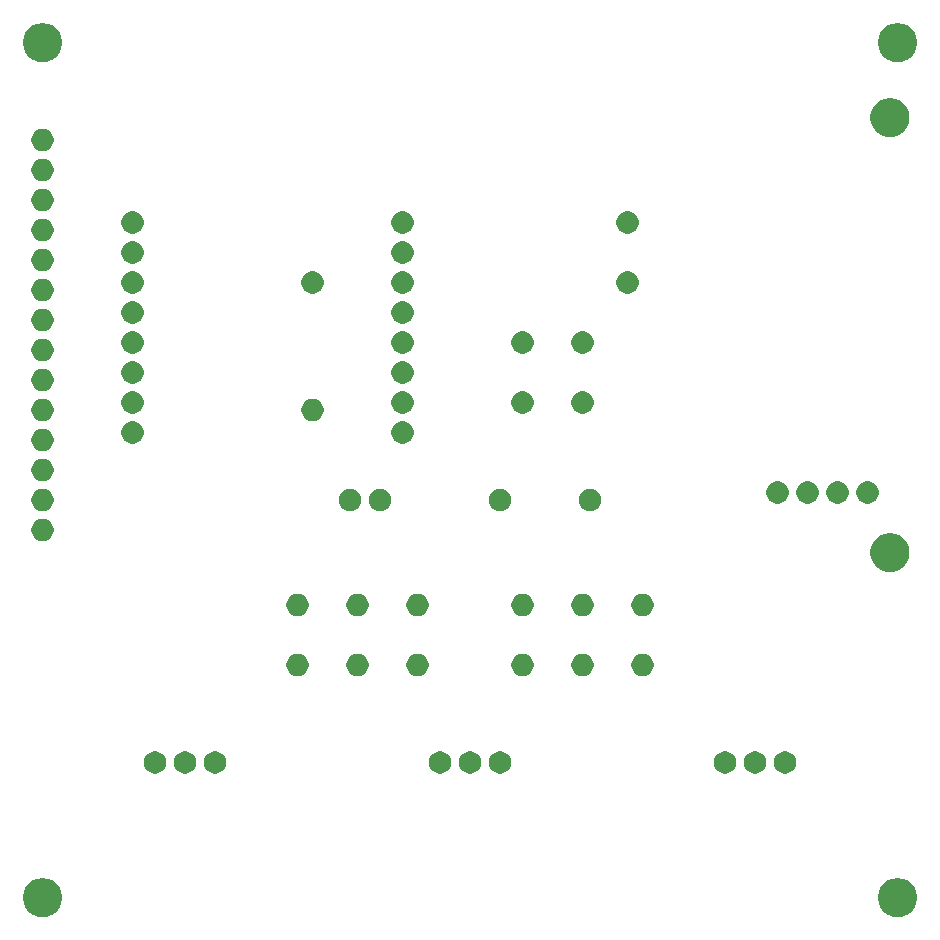
<source format=gbr>
G04 #@! TF.GenerationSoftware,KiCad,Pcbnew,(5.0.1)-3*
G04 #@! TF.CreationDate,2018-12-23T12:58:08+01:00*
G04 #@! TF.ProjectId,THERMOSTAT,544845524D4F535441542E6B69636164,rev?*
G04 #@! TF.SameCoordinates,Original*
G04 #@! TF.FileFunction,Soldermask,Bot*
G04 #@! TF.FilePolarity,Negative*
%FSLAX46Y46*%
G04 Gerber Fmt 4.6, Leading zero omitted, Abs format (unit mm)*
G04 Created by KiCad (PCBNEW (5.0.1)-3) date 12/23/2018 12:58:08 PM*
%MOMM*%
%LPD*%
G01*
G04 APERTURE LIST*
%ADD10C,0.100000*%
G04 APERTURE END LIST*
D10*
G36*
X187065256Y-134916298D02*
X187171579Y-134937447D01*
X187472042Y-135061903D01*
X187738852Y-135240180D01*
X187742454Y-135242587D01*
X187972413Y-135472546D01*
X188153098Y-135742960D01*
X188277553Y-136043422D01*
X188341000Y-136362389D01*
X188341000Y-136687611D01*
X188277553Y-137006578D01*
X188153098Y-137307040D01*
X187972413Y-137577454D01*
X187742454Y-137807413D01*
X187742451Y-137807415D01*
X187472042Y-137988097D01*
X187171579Y-138112553D01*
X187065256Y-138133702D01*
X186852611Y-138176000D01*
X186527389Y-138176000D01*
X186314744Y-138133702D01*
X186208421Y-138112553D01*
X185907958Y-137988097D01*
X185637549Y-137807415D01*
X185637546Y-137807413D01*
X185407587Y-137577454D01*
X185226902Y-137307040D01*
X185102447Y-137006578D01*
X185039000Y-136687611D01*
X185039000Y-136362389D01*
X185102447Y-136043422D01*
X185226902Y-135742960D01*
X185407587Y-135472546D01*
X185637546Y-135242587D01*
X185641148Y-135240180D01*
X185907958Y-135061903D01*
X186208421Y-134937447D01*
X186314744Y-134916298D01*
X186527389Y-134874000D01*
X186852611Y-134874000D01*
X187065256Y-134916298D01*
X187065256Y-134916298D01*
G37*
G36*
X114675256Y-134916298D02*
X114781579Y-134937447D01*
X115082042Y-135061903D01*
X115348852Y-135240180D01*
X115352454Y-135242587D01*
X115582413Y-135472546D01*
X115763098Y-135742960D01*
X115887553Y-136043422D01*
X115951000Y-136362389D01*
X115951000Y-136687611D01*
X115887553Y-137006578D01*
X115763098Y-137307040D01*
X115582413Y-137577454D01*
X115352454Y-137807413D01*
X115352451Y-137807415D01*
X115082042Y-137988097D01*
X114781579Y-138112553D01*
X114675256Y-138133702D01*
X114462611Y-138176000D01*
X114137389Y-138176000D01*
X113924744Y-138133702D01*
X113818421Y-138112553D01*
X113517958Y-137988097D01*
X113247549Y-137807415D01*
X113247546Y-137807413D01*
X113017587Y-137577454D01*
X112836902Y-137307040D01*
X112712447Y-137006578D01*
X112649000Y-136687611D01*
X112649000Y-136362389D01*
X112712447Y-136043422D01*
X112836902Y-135742960D01*
X113017587Y-135472546D01*
X113247546Y-135242587D01*
X113251148Y-135240180D01*
X113517958Y-135061903D01*
X113818421Y-134937447D01*
X113924744Y-134916298D01*
X114137389Y-134874000D01*
X114462611Y-134874000D01*
X114675256Y-134916298D01*
X114675256Y-134916298D01*
G37*
G36*
X150772396Y-124180546D02*
X150945466Y-124252234D01*
X151101230Y-124356312D01*
X151233688Y-124488770D01*
X151337766Y-124644534D01*
X151409454Y-124817604D01*
X151446000Y-125001333D01*
X151446000Y-125188667D01*
X151409454Y-125372396D01*
X151337766Y-125545466D01*
X151233688Y-125701230D01*
X151101230Y-125833688D01*
X150945466Y-125937766D01*
X150772396Y-126009454D01*
X150588667Y-126046000D01*
X150401333Y-126046000D01*
X150217604Y-126009454D01*
X150044534Y-125937766D01*
X149888770Y-125833688D01*
X149756312Y-125701230D01*
X149652234Y-125545466D01*
X149580546Y-125372396D01*
X149544000Y-125188667D01*
X149544000Y-125001333D01*
X149580546Y-124817604D01*
X149652234Y-124644534D01*
X149756312Y-124488770D01*
X149888770Y-124356312D01*
X150044534Y-124252234D01*
X150217604Y-124180546D01*
X150401333Y-124144000D01*
X150588667Y-124144000D01*
X150772396Y-124180546D01*
X150772396Y-124180546D01*
G37*
G36*
X148232396Y-124180546D02*
X148405466Y-124252234D01*
X148561230Y-124356312D01*
X148693688Y-124488770D01*
X148797766Y-124644534D01*
X148869454Y-124817604D01*
X148906000Y-125001333D01*
X148906000Y-125188667D01*
X148869454Y-125372396D01*
X148797766Y-125545466D01*
X148693688Y-125701230D01*
X148561230Y-125833688D01*
X148405466Y-125937766D01*
X148232396Y-126009454D01*
X148048667Y-126046000D01*
X147861333Y-126046000D01*
X147677604Y-126009454D01*
X147504534Y-125937766D01*
X147348770Y-125833688D01*
X147216312Y-125701230D01*
X147112234Y-125545466D01*
X147040546Y-125372396D01*
X147004000Y-125188667D01*
X147004000Y-125001333D01*
X147040546Y-124817604D01*
X147112234Y-124644534D01*
X147216312Y-124488770D01*
X147348770Y-124356312D01*
X147504534Y-124252234D01*
X147677604Y-124180546D01*
X147861333Y-124144000D01*
X148048667Y-124144000D01*
X148232396Y-124180546D01*
X148232396Y-124180546D01*
G37*
G36*
X129182396Y-124180546D02*
X129355466Y-124252234D01*
X129511230Y-124356312D01*
X129643688Y-124488770D01*
X129747766Y-124644534D01*
X129819454Y-124817604D01*
X129856000Y-125001333D01*
X129856000Y-125188667D01*
X129819454Y-125372396D01*
X129747766Y-125545466D01*
X129643688Y-125701230D01*
X129511230Y-125833688D01*
X129355466Y-125937766D01*
X129182396Y-126009454D01*
X128998667Y-126046000D01*
X128811333Y-126046000D01*
X128627604Y-126009454D01*
X128454534Y-125937766D01*
X128298770Y-125833688D01*
X128166312Y-125701230D01*
X128062234Y-125545466D01*
X127990546Y-125372396D01*
X127954000Y-125188667D01*
X127954000Y-125001333D01*
X127990546Y-124817604D01*
X128062234Y-124644534D01*
X128166312Y-124488770D01*
X128298770Y-124356312D01*
X128454534Y-124252234D01*
X128627604Y-124180546D01*
X128811333Y-124144000D01*
X128998667Y-124144000D01*
X129182396Y-124180546D01*
X129182396Y-124180546D01*
G37*
G36*
X126642396Y-124180546D02*
X126815466Y-124252234D01*
X126971230Y-124356312D01*
X127103688Y-124488770D01*
X127207766Y-124644534D01*
X127279454Y-124817604D01*
X127316000Y-125001333D01*
X127316000Y-125188667D01*
X127279454Y-125372396D01*
X127207766Y-125545466D01*
X127103688Y-125701230D01*
X126971230Y-125833688D01*
X126815466Y-125937766D01*
X126642396Y-126009454D01*
X126458667Y-126046000D01*
X126271333Y-126046000D01*
X126087604Y-126009454D01*
X125914534Y-125937766D01*
X125758770Y-125833688D01*
X125626312Y-125701230D01*
X125522234Y-125545466D01*
X125450546Y-125372396D01*
X125414000Y-125188667D01*
X125414000Y-125001333D01*
X125450546Y-124817604D01*
X125522234Y-124644534D01*
X125626312Y-124488770D01*
X125758770Y-124356312D01*
X125914534Y-124252234D01*
X126087604Y-124180546D01*
X126271333Y-124144000D01*
X126458667Y-124144000D01*
X126642396Y-124180546D01*
X126642396Y-124180546D01*
G37*
G36*
X124102396Y-124180546D02*
X124275466Y-124252234D01*
X124431230Y-124356312D01*
X124563688Y-124488770D01*
X124667766Y-124644534D01*
X124739454Y-124817604D01*
X124776000Y-125001333D01*
X124776000Y-125188667D01*
X124739454Y-125372396D01*
X124667766Y-125545466D01*
X124563688Y-125701230D01*
X124431230Y-125833688D01*
X124275466Y-125937766D01*
X124102396Y-126009454D01*
X123918667Y-126046000D01*
X123731333Y-126046000D01*
X123547604Y-126009454D01*
X123374534Y-125937766D01*
X123218770Y-125833688D01*
X123086312Y-125701230D01*
X122982234Y-125545466D01*
X122910546Y-125372396D01*
X122874000Y-125188667D01*
X122874000Y-125001333D01*
X122910546Y-124817604D01*
X122982234Y-124644534D01*
X123086312Y-124488770D01*
X123218770Y-124356312D01*
X123374534Y-124252234D01*
X123547604Y-124180546D01*
X123731333Y-124144000D01*
X123918667Y-124144000D01*
X124102396Y-124180546D01*
X124102396Y-124180546D01*
G37*
G36*
X177442396Y-124180546D02*
X177615466Y-124252234D01*
X177771230Y-124356312D01*
X177903688Y-124488770D01*
X178007766Y-124644534D01*
X178079454Y-124817604D01*
X178116000Y-125001333D01*
X178116000Y-125188667D01*
X178079454Y-125372396D01*
X178007766Y-125545466D01*
X177903688Y-125701230D01*
X177771230Y-125833688D01*
X177615466Y-125937766D01*
X177442396Y-126009454D01*
X177258667Y-126046000D01*
X177071333Y-126046000D01*
X176887604Y-126009454D01*
X176714534Y-125937766D01*
X176558770Y-125833688D01*
X176426312Y-125701230D01*
X176322234Y-125545466D01*
X176250546Y-125372396D01*
X176214000Y-125188667D01*
X176214000Y-125001333D01*
X176250546Y-124817604D01*
X176322234Y-124644534D01*
X176426312Y-124488770D01*
X176558770Y-124356312D01*
X176714534Y-124252234D01*
X176887604Y-124180546D01*
X177071333Y-124144000D01*
X177258667Y-124144000D01*
X177442396Y-124180546D01*
X177442396Y-124180546D01*
G37*
G36*
X174902396Y-124180546D02*
X175075466Y-124252234D01*
X175231230Y-124356312D01*
X175363688Y-124488770D01*
X175467766Y-124644534D01*
X175539454Y-124817604D01*
X175576000Y-125001333D01*
X175576000Y-125188667D01*
X175539454Y-125372396D01*
X175467766Y-125545466D01*
X175363688Y-125701230D01*
X175231230Y-125833688D01*
X175075466Y-125937766D01*
X174902396Y-126009454D01*
X174718667Y-126046000D01*
X174531333Y-126046000D01*
X174347604Y-126009454D01*
X174174534Y-125937766D01*
X174018770Y-125833688D01*
X173886312Y-125701230D01*
X173782234Y-125545466D01*
X173710546Y-125372396D01*
X173674000Y-125188667D01*
X173674000Y-125001333D01*
X173710546Y-124817604D01*
X173782234Y-124644534D01*
X173886312Y-124488770D01*
X174018770Y-124356312D01*
X174174534Y-124252234D01*
X174347604Y-124180546D01*
X174531333Y-124144000D01*
X174718667Y-124144000D01*
X174902396Y-124180546D01*
X174902396Y-124180546D01*
G37*
G36*
X172362396Y-124180546D02*
X172535466Y-124252234D01*
X172691230Y-124356312D01*
X172823688Y-124488770D01*
X172927766Y-124644534D01*
X172999454Y-124817604D01*
X173036000Y-125001333D01*
X173036000Y-125188667D01*
X172999454Y-125372396D01*
X172927766Y-125545466D01*
X172823688Y-125701230D01*
X172691230Y-125833688D01*
X172535466Y-125937766D01*
X172362396Y-126009454D01*
X172178667Y-126046000D01*
X171991333Y-126046000D01*
X171807604Y-126009454D01*
X171634534Y-125937766D01*
X171478770Y-125833688D01*
X171346312Y-125701230D01*
X171242234Y-125545466D01*
X171170546Y-125372396D01*
X171134000Y-125188667D01*
X171134000Y-125001333D01*
X171170546Y-124817604D01*
X171242234Y-124644534D01*
X171346312Y-124488770D01*
X171478770Y-124356312D01*
X171634534Y-124252234D01*
X171807604Y-124180546D01*
X171991333Y-124144000D01*
X172178667Y-124144000D01*
X172362396Y-124180546D01*
X172362396Y-124180546D01*
G37*
G36*
X153312396Y-124180546D02*
X153485466Y-124252234D01*
X153641230Y-124356312D01*
X153773688Y-124488770D01*
X153877766Y-124644534D01*
X153949454Y-124817604D01*
X153986000Y-125001333D01*
X153986000Y-125188667D01*
X153949454Y-125372396D01*
X153877766Y-125545466D01*
X153773688Y-125701230D01*
X153641230Y-125833688D01*
X153485466Y-125937766D01*
X153312396Y-126009454D01*
X153128667Y-126046000D01*
X152941333Y-126046000D01*
X152757604Y-126009454D01*
X152584534Y-125937766D01*
X152428770Y-125833688D01*
X152296312Y-125701230D01*
X152192234Y-125545466D01*
X152120546Y-125372396D01*
X152084000Y-125188667D01*
X152084000Y-125001333D01*
X152120546Y-124817604D01*
X152192234Y-124644534D01*
X152296312Y-124488770D01*
X152428770Y-124356312D01*
X152584534Y-124252234D01*
X152757604Y-124180546D01*
X152941333Y-124144000D01*
X153128667Y-124144000D01*
X153312396Y-124180546D01*
X153312396Y-124180546D01*
G37*
G36*
X165377396Y-115925546D02*
X165550466Y-115997234D01*
X165706230Y-116101312D01*
X165838688Y-116233770D01*
X165942766Y-116389534D01*
X166014454Y-116562604D01*
X166051000Y-116746333D01*
X166051000Y-116933667D01*
X166014454Y-117117396D01*
X165942766Y-117290466D01*
X165838688Y-117446230D01*
X165706230Y-117578688D01*
X165550466Y-117682766D01*
X165377396Y-117754454D01*
X165193667Y-117791000D01*
X165006333Y-117791000D01*
X164822604Y-117754454D01*
X164649534Y-117682766D01*
X164493770Y-117578688D01*
X164361312Y-117446230D01*
X164257234Y-117290466D01*
X164185546Y-117117396D01*
X164149000Y-116933667D01*
X164149000Y-116746333D01*
X164185546Y-116562604D01*
X164257234Y-116389534D01*
X164361312Y-116233770D01*
X164493770Y-116101312D01*
X164649534Y-115997234D01*
X164822604Y-115925546D01*
X165006333Y-115889000D01*
X165193667Y-115889000D01*
X165377396Y-115925546D01*
X165377396Y-115925546D01*
G37*
G36*
X146327396Y-115925546D02*
X146500466Y-115997234D01*
X146656230Y-116101312D01*
X146788688Y-116233770D01*
X146892766Y-116389534D01*
X146964454Y-116562604D01*
X147001000Y-116746333D01*
X147001000Y-116933667D01*
X146964454Y-117117396D01*
X146892766Y-117290466D01*
X146788688Y-117446230D01*
X146656230Y-117578688D01*
X146500466Y-117682766D01*
X146327396Y-117754454D01*
X146143667Y-117791000D01*
X145956333Y-117791000D01*
X145772604Y-117754454D01*
X145599534Y-117682766D01*
X145443770Y-117578688D01*
X145311312Y-117446230D01*
X145207234Y-117290466D01*
X145135546Y-117117396D01*
X145099000Y-116933667D01*
X145099000Y-116746333D01*
X145135546Y-116562604D01*
X145207234Y-116389534D01*
X145311312Y-116233770D01*
X145443770Y-116101312D01*
X145599534Y-115997234D01*
X145772604Y-115925546D01*
X145956333Y-115889000D01*
X146143667Y-115889000D01*
X146327396Y-115925546D01*
X146327396Y-115925546D01*
G37*
G36*
X155217396Y-115925546D02*
X155390466Y-115997234D01*
X155546230Y-116101312D01*
X155678688Y-116233770D01*
X155782766Y-116389534D01*
X155854454Y-116562604D01*
X155891000Y-116746333D01*
X155891000Y-116933667D01*
X155854454Y-117117396D01*
X155782766Y-117290466D01*
X155678688Y-117446230D01*
X155546230Y-117578688D01*
X155390466Y-117682766D01*
X155217396Y-117754454D01*
X155033667Y-117791000D01*
X154846333Y-117791000D01*
X154662604Y-117754454D01*
X154489534Y-117682766D01*
X154333770Y-117578688D01*
X154201312Y-117446230D01*
X154097234Y-117290466D01*
X154025546Y-117117396D01*
X153989000Y-116933667D01*
X153989000Y-116746333D01*
X154025546Y-116562604D01*
X154097234Y-116389534D01*
X154201312Y-116233770D01*
X154333770Y-116101312D01*
X154489534Y-115997234D01*
X154662604Y-115925546D01*
X154846333Y-115889000D01*
X155033667Y-115889000D01*
X155217396Y-115925546D01*
X155217396Y-115925546D01*
G37*
G36*
X160297396Y-115925546D02*
X160470466Y-115997234D01*
X160626230Y-116101312D01*
X160758688Y-116233770D01*
X160862766Y-116389534D01*
X160934454Y-116562604D01*
X160971000Y-116746333D01*
X160971000Y-116933667D01*
X160934454Y-117117396D01*
X160862766Y-117290466D01*
X160758688Y-117446230D01*
X160626230Y-117578688D01*
X160470466Y-117682766D01*
X160297396Y-117754454D01*
X160113667Y-117791000D01*
X159926333Y-117791000D01*
X159742604Y-117754454D01*
X159569534Y-117682766D01*
X159413770Y-117578688D01*
X159281312Y-117446230D01*
X159177234Y-117290466D01*
X159105546Y-117117396D01*
X159069000Y-116933667D01*
X159069000Y-116746333D01*
X159105546Y-116562604D01*
X159177234Y-116389534D01*
X159281312Y-116233770D01*
X159413770Y-116101312D01*
X159569534Y-115997234D01*
X159742604Y-115925546D01*
X159926333Y-115889000D01*
X160113667Y-115889000D01*
X160297396Y-115925546D01*
X160297396Y-115925546D01*
G37*
G36*
X136167396Y-115925546D02*
X136340466Y-115997234D01*
X136496230Y-116101312D01*
X136628688Y-116233770D01*
X136732766Y-116389534D01*
X136804454Y-116562604D01*
X136841000Y-116746333D01*
X136841000Y-116933667D01*
X136804454Y-117117396D01*
X136732766Y-117290466D01*
X136628688Y-117446230D01*
X136496230Y-117578688D01*
X136340466Y-117682766D01*
X136167396Y-117754454D01*
X135983667Y-117791000D01*
X135796333Y-117791000D01*
X135612604Y-117754454D01*
X135439534Y-117682766D01*
X135283770Y-117578688D01*
X135151312Y-117446230D01*
X135047234Y-117290466D01*
X134975546Y-117117396D01*
X134939000Y-116933667D01*
X134939000Y-116746333D01*
X134975546Y-116562604D01*
X135047234Y-116389534D01*
X135151312Y-116233770D01*
X135283770Y-116101312D01*
X135439534Y-115997234D01*
X135612604Y-115925546D01*
X135796333Y-115889000D01*
X135983667Y-115889000D01*
X136167396Y-115925546D01*
X136167396Y-115925546D01*
G37*
G36*
X141247396Y-115925546D02*
X141420466Y-115997234D01*
X141576230Y-116101312D01*
X141708688Y-116233770D01*
X141812766Y-116389534D01*
X141884454Y-116562604D01*
X141921000Y-116746333D01*
X141921000Y-116933667D01*
X141884454Y-117117396D01*
X141812766Y-117290466D01*
X141708688Y-117446230D01*
X141576230Y-117578688D01*
X141420466Y-117682766D01*
X141247396Y-117754454D01*
X141063667Y-117791000D01*
X140876333Y-117791000D01*
X140692604Y-117754454D01*
X140519534Y-117682766D01*
X140363770Y-117578688D01*
X140231312Y-117446230D01*
X140127234Y-117290466D01*
X140055546Y-117117396D01*
X140019000Y-116933667D01*
X140019000Y-116746333D01*
X140055546Y-116562604D01*
X140127234Y-116389534D01*
X140231312Y-116233770D01*
X140363770Y-116101312D01*
X140519534Y-115997234D01*
X140692604Y-115925546D01*
X140876333Y-115889000D01*
X141063667Y-115889000D01*
X141247396Y-115925546D01*
X141247396Y-115925546D01*
G37*
G36*
X136167396Y-110845546D02*
X136340466Y-110917234D01*
X136496230Y-111021312D01*
X136628688Y-111153770D01*
X136732766Y-111309534D01*
X136804454Y-111482604D01*
X136841000Y-111666333D01*
X136841000Y-111853667D01*
X136804454Y-112037396D01*
X136732766Y-112210466D01*
X136628688Y-112366230D01*
X136496230Y-112498688D01*
X136340466Y-112602766D01*
X136167396Y-112674454D01*
X135983667Y-112711000D01*
X135796333Y-112711000D01*
X135612604Y-112674454D01*
X135439534Y-112602766D01*
X135283770Y-112498688D01*
X135151312Y-112366230D01*
X135047234Y-112210466D01*
X134975546Y-112037396D01*
X134939000Y-111853667D01*
X134939000Y-111666333D01*
X134975546Y-111482604D01*
X135047234Y-111309534D01*
X135151312Y-111153770D01*
X135283770Y-111021312D01*
X135439534Y-110917234D01*
X135612604Y-110845546D01*
X135796333Y-110809000D01*
X135983667Y-110809000D01*
X136167396Y-110845546D01*
X136167396Y-110845546D01*
G37*
G36*
X141247396Y-110845546D02*
X141420466Y-110917234D01*
X141576230Y-111021312D01*
X141708688Y-111153770D01*
X141812766Y-111309534D01*
X141884454Y-111482604D01*
X141921000Y-111666333D01*
X141921000Y-111853667D01*
X141884454Y-112037396D01*
X141812766Y-112210466D01*
X141708688Y-112366230D01*
X141576230Y-112498688D01*
X141420466Y-112602766D01*
X141247396Y-112674454D01*
X141063667Y-112711000D01*
X140876333Y-112711000D01*
X140692604Y-112674454D01*
X140519534Y-112602766D01*
X140363770Y-112498688D01*
X140231312Y-112366230D01*
X140127234Y-112210466D01*
X140055546Y-112037396D01*
X140019000Y-111853667D01*
X140019000Y-111666333D01*
X140055546Y-111482604D01*
X140127234Y-111309534D01*
X140231312Y-111153770D01*
X140363770Y-111021312D01*
X140519534Y-110917234D01*
X140692604Y-110845546D01*
X140876333Y-110809000D01*
X141063667Y-110809000D01*
X141247396Y-110845546D01*
X141247396Y-110845546D01*
G37*
G36*
X160297396Y-110845546D02*
X160470466Y-110917234D01*
X160626230Y-111021312D01*
X160758688Y-111153770D01*
X160862766Y-111309534D01*
X160934454Y-111482604D01*
X160971000Y-111666333D01*
X160971000Y-111853667D01*
X160934454Y-112037396D01*
X160862766Y-112210466D01*
X160758688Y-112366230D01*
X160626230Y-112498688D01*
X160470466Y-112602766D01*
X160297396Y-112674454D01*
X160113667Y-112711000D01*
X159926333Y-112711000D01*
X159742604Y-112674454D01*
X159569534Y-112602766D01*
X159413770Y-112498688D01*
X159281312Y-112366230D01*
X159177234Y-112210466D01*
X159105546Y-112037396D01*
X159069000Y-111853667D01*
X159069000Y-111666333D01*
X159105546Y-111482604D01*
X159177234Y-111309534D01*
X159281312Y-111153770D01*
X159413770Y-111021312D01*
X159569534Y-110917234D01*
X159742604Y-110845546D01*
X159926333Y-110809000D01*
X160113667Y-110809000D01*
X160297396Y-110845546D01*
X160297396Y-110845546D01*
G37*
G36*
X165377396Y-110845546D02*
X165550466Y-110917234D01*
X165706230Y-111021312D01*
X165838688Y-111153770D01*
X165942766Y-111309534D01*
X166014454Y-111482604D01*
X166051000Y-111666333D01*
X166051000Y-111853667D01*
X166014454Y-112037396D01*
X165942766Y-112210466D01*
X165838688Y-112366230D01*
X165706230Y-112498688D01*
X165550466Y-112602766D01*
X165377396Y-112674454D01*
X165193667Y-112711000D01*
X165006333Y-112711000D01*
X164822604Y-112674454D01*
X164649534Y-112602766D01*
X164493770Y-112498688D01*
X164361312Y-112366230D01*
X164257234Y-112210466D01*
X164185546Y-112037396D01*
X164149000Y-111853667D01*
X164149000Y-111666333D01*
X164185546Y-111482604D01*
X164257234Y-111309534D01*
X164361312Y-111153770D01*
X164493770Y-111021312D01*
X164649534Y-110917234D01*
X164822604Y-110845546D01*
X165006333Y-110809000D01*
X165193667Y-110809000D01*
X165377396Y-110845546D01*
X165377396Y-110845546D01*
G37*
G36*
X155217396Y-110845546D02*
X155390466Y-110917234D01*
X155546230Y-111021312D01*
X155678688Y-111153770D01*
X155782766Y-111309534D01*
X155854454Y-111482604D01*
X155891000Y-111666333D01*
X155891000Y-111853667D01*
X155854454Y-112037396D01*
X155782766Y-112210466D01*
X155678688Y-112366230D01*
X155546230Y-112498688D01*
X155390466Y-112602766D01*
X155217396Y-112674454D01*
X155033667Y-112711000D01*
X154846333Y-112711000D01*
X154662604Y-112674454D01*
X154489534Y-112602766D01*
X154333770Y-112498688D01*
X154201312Y-112366230D01*
X154097234Y-112210466D01*
X154025546Y-112037396D01*
X153989000Y-111853667D01*
X153989000Y-111666333D01*
X154025546Y-111482604D01*
X154097234Y-111309534D01*
X154201312Y-111153770D01*
X154333770Y-111021312D01*
X154489534Y-110917234D01*
X154662604Y-110845546D01*
X154846333Y-110809000D01*
X155033667Y-110809000D01*
X155217396Y-110845546D01*
X155217396Y-110845546D01*
G37*
G36*
X146327396Y-110845546D02*
X146500466Y-110917234D01*
X146656230Y-111021312D01*
X146788688Y-111153770D01*
X146892766Y-111309534D01*
X146964454Y-111482604D01*
X147001000Y-111666333D01*
X147001000Y-111853667D01*
X146964454Y-112037396D01*
X146892766Y-112210466D01*
X146788688Y-112366230D01*
X146656230Y-112498688D01*
X146500466Y-112602766D01*
X146327396Y-112674454D01*
X146143667Y-112711000D01*
X145956333Y-112711000D01*
X145772604Y-112674454D01*
X145599534Y-112602766D01*
X145443770Y-112498688D01*
X145311312Y-112366230D01*
X145207234Y-112210466D01*
X145135546Y-112037396D01*
X145099000Y-111853667D01*
X145099000Y-111666333D01*
X145135546Y-111482604D01*
X145207234Y-111309534D01*
X145311312Y-111153770D01*
X145443770Y-111021312D01*
X145599534Y-110917234D01*
X145772604Y-110845546D01*
X145956333Y-110809000D01*
X146143667Y-110809000D01*
X146327396Y-110845546D01*
X146327396Y-110845546D01*
G37*
G36*
X186430256Y-105706298D02*
X186536579Y-105727447D01*
X186837042Y-105851903D01*
X187082970Y-106016227D01*
X187107454Y-106032587D01*
X187337413Y-106262546D01*
X187518098Y-106532960D01*
X187642553Y-106833422D01*
X187706000Y-107152389D01*
X187706000Y-107477611D01*
X187642553Y-107796578D01*
X187518098Y-108097040D01*
X187337413Y-108367454D01*
X187107454Y-108597413D01*
X187107451Y-108597415D01*
X186837042Y-108778097D01*
X186536579Y-108902553D01*
X186430256Y-108923702D01*
X186217611Y-108966000D01*
X185892389Y-108966000D01*
X185679744Y-108923702D01*
X185573421Y-108902553D01*
X185272958Y-108778097D01*
X185002549Y-108597415D01*
X185002546Y-108597413D01*
X184772587Y-108367454D01*
X184591902Y-108097040D01*
X184467447Y-107796578D01*
X184404000Y-107477611D01*
X184404000Y-107152389D01*
X184467447Y-106833422D01*
X184591902Y-106532960D01*
X184772587Y-106262546D01*
X185002546Y-106032587D01*
X185027030Y-106016227D01*
X185272958Y-105851903D01*
X185573421Y-105727447D01*
X185679744Y-105706298D01*
X185892389Y-105664000D01*
X186217611Y-105664000D01*
X186430256Y-105706298D01*
X186430256Y-105706298D01*
G37*
G36*
X114577396Y-104495546D02*
X114750466Y-104567234D01*
X114906230Y-104671312D01*
X115038688Y-104803770D01*
X115142766Y-104959534D01*
X115214454Y-105132604D01*
X115251000Y-105316333D01*
X115251000Y-105503667D01*
X115214454Y-105687396D01*
X115142766Y-105860466D01*
X115038688Y-106016230D01*
X114906230Y-106148688D01*
X114750466Y-106252766D01*
X114577396Y-106324454D01*
X114393667Y-106361000D01*
X114206333Y-106361000D01*
X114022604Y-106324454D01*
X113849534Y-106252766D01*
X113693770Y-106148688D01*
X113561312Y-106016230D01*
X113457234Y-105860466D01*
X113385546Y-105687396D01*
X113349000Y-105503667D01*
X113349000Y-105316333D01*
X113385546Y-105132604D01*
X113457234Y-104959534D01*
X113561312Y-104803770D01*
X113693770Y-104671312D01*
X113849534Y-104567234D01*
X114022604Y-104495546D01*
X114206333Y-104459000D01*
X114393667Y-104459000D01*
X114577396Y-104495546D01*
X114577396Y-104495546D01*
G37*
G36*
X140612396Y-101955546D02*
X140785466Y-102027234D01*
X140941230Y-102131312D01*
X141073688Y-102263770D01*
X141177766Y-102419534D01*
X141249454Y-102592604D01*
X141286000Y-102776333D01*
X141286000Y-102963667D01*
X141249454Y-103147396D01*
X141177766Y-103320466D01*
X141073688Y-103476230D01*
X140941230Y-103608688D01*
X140785466Y-103712766D01*
X140612396Y-103784454D01*
X140428667Y-103821000D01*
X140241333Y-103821000D01*
X140057604Y-103784454D01*
X139884534Y-103712766D01*
X139728770Y-103608688D01*
X139596312Y-103476230D01*
X139492234Y-103320466D01*
X139420546Y-103147396D01*
X139384000Y-102963667D01*
X139384000Y-102776333D01*
X139420546Y-102592604D01*
X139492234Y-102419534D01*
X139596312Y-102263770D01*
X139728770Y-102131312D01*
X139884534Y-102027234D01*
X140057604Y-101955546D01*
X140241333Y-101919000D01*
X140428667Y-101919000D01*
X140612396Y-101955546D01*
X140612396Y-101955546D01*
G37*
G36*
X114577396Y-101955546D02*
X114750466Y-102027234D01*
X114906230Y-102131312D01*
X115038688Y-102263770D01*
X115142766Y-102419534D01*
X115214454Y-102592604D01*
X115251000Y-102776333D01*
X115251000Y-102963667D01*
X115214454Y-103147396D01*
X115142766Y-103320466D01*
X115038688Y-103476230D01*
X114906230Y-103608688D01*
X114750466Y-103712766D01*
X114577396Y-103784454D01*
X114393667Y-103821000D01*
X114206333Y-103821000D01*
X114022604Y-103784454D01*
X113849534Y-103712766D01*
X113693770Y-103608688D01*
X113561312Y-103476230D01*
X113457234Y-103320466D01*
X113385546Y-103147396D01*
X113349000Y-102963667D01*
X113349000Y-102776333D01*
X113385546Y-102592604D01*
X113457234Y-102419534D01*
X113561312Y-102263770D01*
X113693770Y-102131312D01*
X113849534Y-102027234D01*
X114022604Y-101955546D01*
X114206333Y-101919000D01*
X114393667Y-101919000D01*
X114577396Y-101955546D01*
X114577396Y-101955546D01*
G37*
G36*
X143152396Y-101955546D02*
X143325466Y-102027234D01*
X143481230Y-102131312D01*
X143613688Y-102263770D01*
X143717766Y-102419534D01*
X143789454Y-102592604D01*
X143826000Y-102776333D01*
X143826000Y-102963667D01*
X143789454Y-103147396D01*
X143717766Y-103320466D01*
X143613688Y-103476230D01*
X143481230Y-103608688D01*
X143325466Y-103712766D01*
X143152396Y-103784454D01*
X142968667Y-103821000D01*
X142781333Y-103821000D01*
X142597604Y-103784454D01*
X142424534Y-103712766D01*
X142268770Y-103608688D01*
X142136312Y-103476230D01*
X142032234Y-103320466D01*
X141960546Y-103147396D01*
X141924000Y-102963667D01*
X141924000Y-102776333D01*
X141960546Y-102592604D01*
X142032234Y-102419534D01*
X142136312Y-102263770D01*
X142268770Y-102131312D01*
X142424534Y-102027234D01*
X142597604Y-101955546D01*
X142781333Y-101919000D01*
X142968667Y-101919000D01*
X143152396Y-101955546D01*
X143152396Y-101955546D01*
G37*
G36*
X153312396Y-101955546D02*
X153485466Y-102027234D01*
X153641230Y-102131312D01*
X153773688Y-102263770D01*
X153877766Y-102419534D01*
X153949454Y-102592604D01*
X153986000Y-102776333D01*
X153986000Y-102963667D01*
X153949454Y-103147396D01*
X153877766Y-103320466D01*
X153773688Y-103476230D01*
X153641230Y-103608688D01*
X153485466Y-103712766D01*
X153312396Y-103784454D01*
X153128667Y-103821000D01*
X152941333Y-103821000D01*
X152757604Y-103784454D01*
X152584534Y-103712766D01*
X152428770Y-103608688D01*
X152296312Y-103476230D01*
X152192234Y-103320466D01*
X152120546Y-103147396D01*
X152084000Y-102963667D01*
X152084000Y-102776333D01*
X152120546Y-102592604D01*
X152192234Y-102419534D01*
X152296312Y-102263770D01*
X152428770Y-102131312D01*
X152584534Y-102027234D01*
X152757604Y-101955546D01*
X152941333Y-101919000D01*
X153128667Y-101919000D01*
X153312396Y-101955546D01*
X153312396Y-101955546D01*
G37*
G36*
X160932396Y-101955546D02*
X161105466Y-102027234D01*
X161261230Y-102131312D01*
X161393688Y-102263770D01*
X161497766Y-102419534D01*
X161569454Y-102592604D01*
X161606000Y-102776333D01*
X161606000Y-102963667D01*
X161569454Y-103147396D01*
X161497766Y-103320466D01*
X161393688Y-103476230D01*
X161261230Y-103608688D01*
X161105466Y-103712766D01*
X160932396Y-103784454D01*
X160748667Y-103821000D01*
X160561333Y-103821000D01*
X160377604Y-103784454D01*
X160204534Y-103712766D01*
X160048770Y-103608688D01*
X159916312Y-103476230D01*
X159812234Y-103320466D01*
X159740546Y-103147396D01*
X159704000Y-102963667D01*
X159704000Y-102776333D01*
X159740546Y-102592604D01*
X159812234Y-102419534D01*
X159916312Y-102263770D01*
X160048770Y-102131312D01*
X160204534Y-102027234D01*
X160377604Y-101955546D01*
X160561333Y-101919000D01*
X160748667Y-101919000D01*
X160932396Y-101955546D01*
X160932396Y-101955546D01*
G37*
G36*
X176807396Y-101320546D02*
X176980466Y-101392234D01*
X177136230Y-101496312D01*
X177268688Y-101628770D01*
X177372766Y-101784534D01*
X177444454Y-101957604D01*
X177481000Y-102141333D01*
X177481000Y-102328667D01*
X177444454Y-102512396D01*
X177372766Y-102685466D01*
X177268688Y-102841230D01*
X177136230Y-102973688D01*
X176980466Y-103077766D01*
X176807396Y-103149454D01*
X176623667Y-103186000D01*
X176436333Y-103186000D01*
X176252604Y-103149454D01*
X176079534Y-103077766D01*
X175923770Y-102973688D01*
X175791312Y-102841230D01*
X175687234Y-102685466D01*
X175615546Y-102512396D01*
X175579000Y-102328667D01*
X175579000Y-102141333D01*
X175615546Y-101957604D01*
X175687234Y-101784534D01*
X175791312Y-101628770D01*
X175923770Y-101496312D01*
X176079534Y-101392234D01*
X176252604Y-101320546D01*
X176436333Y-101284000D01*
X176623667Y-101284000D01*
X176807396Y-101320546D01*
X176807396Y-101320546D01*
G37*
G36*
X184427396Y-101320546D02*
X184600466Y-101392234D01*
X184756230Y-101496312D01*
X184888688Y-101628770D01*
X184992766Y-101784534D01*
X185064454Y-101957604D01*
X185101000Y-102141333D01*
X185101000Y-102328667D01*
X185064454Y-102512396D01*
X184992766Y-102685466D01*
X184888688Y-102841230D01*
X184756230Y-102973688D01*
X184600466Y-103077766D01*
X184427396Y-103149454D01*
X184243667Y-103186000D01*
X184056333Y-103186000D01*
X183872604Y-103149454D01*
X183699534Y-103077766D01*
X183543770Y-102973688D01*
X183411312Y-102841230D01*
X183307234Y-102685466D01*
X183235546Y-102512396D01*
X183199000Y-102328667D01*
X183199000Y-102141333D01*
X183235546Y-101957604D01*
X183307234Y-101784534D01*
X183411312Y-101628770D01*
X183543770Y-101496312D01*
X183699534Y-101392234D01*
X183872604Y-101320546D01*
X184056333Y-101284000D01*
X184243667Y-101284000D01*
X184427396Y-101320546D01*
X184427396Y-101320546D01*
G37*
G36*
X181887396Y-101320546D02*
X182060466Y-101392234D01*
X182216230Y-101496312D01*
X182348688Y-101628770D01*
X182452766Y-101784534D01*
X182524454Y-101957604D01*
X182561000Y-102141333D01*
X182561000Y-102328667D01*
X182524454Y-102512396D01*
X182452766Y-102685466D01*
X182348688Y-102841230D01*
X182216230Y-102973688D01*
X182060466Y-103077766D01*
X181887396Y-103149454D01*
X181703667Y-103186000D01*
X181516333Y-103186000D01*
X181332604Y-103149454D01*
X181159534Y-103077766D01*
X181003770Y-102973688D01*
X180871312Y-102841230D01*
X180767234Y-102685466D01*
X180695546Y-102512396D01*
X180659000Y-102328667D01*
X180659000Y-102141333D01*
X180695546Y-101957604D01*
X180767234Y-101784534D01*
X180871312Y-101628770D01*
X181003770Y-101496312D01*
X181159534Y-101392234D01*
X181332604Y-101320546D01*
X181516333Y-101284000D01*
X181703667Y-101284000D01*
X181887396Y-101320546D01*
X181887396Y-101320546D01*
G37*
G36*
X179347396Y-101320546D02*
X179520466Y-101392234D01*
X179676230Y-101496312D01*
X179808688Y-101628770D01*
X179912766Y-101784534D01*
X179984454Y-101957604D01*
X180021000Y-102141333D01*
X180021000Y-102328667D01*
X179984454Y-102512396D01*
X179912766Y-102685466D01*
X179808688Y-102841230D01*
X179676230Y-102973688D01*
X179520466Y-103077766D01*
X179347396Y-103149454D01*
X179163667Y-103186000D01*
X178976333Y-103186000D01*
X178792604Y-103149454D01*
X178619534Y-103077766D01*
X178463770Y-102973688D01*
X178331312Y-102841230D01*
X178227234Y-102685466D01*
X178155546Y-102512396D01*
X178119000Y-102328667D01*
X178119000Y-102141333D01*
X178155546Y-101957604D01*
X178227234Y-101784534D01*
X178331312Y-101628770D01*
X178463770Y-101496312D01*
X178619534Y-101392234D01*
X178792604Y-101320546D01*
X178976333Y-101284000D01*
X179163667Y-101284000D01*
X179347396Y-101320546D01*
X179347396Y-101320546D01*
G37*
G36*
X114577396Y-99415546D02*
X114750466Y-99487234D01*
X114906230Y-99591312D01*
X115038688Y-99723770D01*
X115142766Y-99879534D01*
X115214454Y-100052604D01*
X115251000Y-100236333D01*
X115251000Y-100423667D01*
X115214454Y-100607396D01*
X115142766Y-100780466D01*
X115038688Y-100936230D01*
X114906230Y-101068688D01*
X114750466Y-101172766D01*
X114577396Y-101244454D01*
X114393667Y-101281000D01*
X114206333Y-101281000D01*
X114022604Y-101244454D01*
X113849534Y-101172766D01*
X113693770Y-101068688D01*
X113561312Y-100936230D01*
X113457234Y-100780466D01*
X113385546Y-100607396D01*
X113349000Y-100423667D01*
X113349000Y-100236333D01*
X113385546Y-100052604D01*
X113457234Y-99879534D01*
X113561312Y-99723770D01*
X113693770Y-99591312D01*
X113849534Y-99487234D01*
X114022604Y-99415546D01*
X114206333Y-99379000D01*
X114393667Y-99379000D01*
X114577396Y-99415546D01*
X114577396Y-99415546D01*
G37*
G36*
X114577396Y-96875546D02*
X114750466Y-96947234D01*
X114906230Y-97051312D01*
X115038688Y-97183770D01*
X115142766Y-97339534D01*
X115214454Y-97512604D01*
X115251000Y-97696333D01*
X115251000Y-97883667D01*
X115214454Y-98067396D01*
X115142766Y-98240466D01*
X115038688Y-98396230D01*
X114906230Y-98528688D01*
X114750466Y-98632766D01*
X114577396Y-98704454D01*
X114393667Y-98741000D01*
X114206333Y-98741000D01*
X114022604Y-98704454D01*
X113849534Y-98632766D01*
X113693770Y-98528688D01*
X113561312Y-98396230D01*
X113457234Y-98240466D01*
X113385546Y-98067396D01*
X113349000Y-97883667D01*
X113349000Y-97696333D01*
X113385546Y-97512604D01*
X113457234Y-97339534D01*
X113561312Y-97183770D01*
X113693770Y-97051312D01*
X113849534Y-96947234D01*
X114022604Y-96875546D01*
X114206333Y-96839000D01*
X114393667Y-96839000D01*
X114577396Y-96875546D01*
X114577396Y-96875546D01*
G37*
G36*
X122197396Y-96240546D02*
X122370466Y-96312234D01*
X122526230Y-96416312D01*
X122658688Y-96548770D01*
X122762766Y-96704534D01*
X122834454Y-96877604D01*
X122871000Y-97061333D01*
X122871000Y-97248667D01*
X122834454Y-97432396D01*
X122762766Y-97605466D01*
X122658688Y-97761230D01*
X122526230Y-97893688D01*
X122370466Y-97997766D01*
X122197396Y-98069454D01*
X122013667Y-98106000D01*
X121826333Y-98106000D01*
X121642604Y-98069454D01*
X121469534Y-97997766D01*
X121313770Y-97893688D01*
X121181312Y-97761230D01*
X121077234Y-97605466D01*
X121005546Y-97432396D01*
X120969000Y-97248667D01*
X120969000Y-97061333D01*
X121005546Y-96877604D01*
X121077234Y-96704534D01*
X121181312Y-96548770D01*
X121313770Y-96416312D01*
X121469534Y-96312234D01*
X121642604Y-96240546D01*
X121826333Y-96204000D01*
X122013667Y-96204000D01*
X122197396Y-96240546D01*
X122197396Y-96240546D01*
G37*
G36*
X145057396Y-96240546D02*
X145230466Y-96312234D01*
X145386230Y-96416312D01*
X145518688Y-96548770D01*
X145622766Y-96704534D01*
X145694454Y-96877604D01*
X145731000Y-97061333D01*
X145731000Y-97248667D01*
X145694454Y-97432396D01*
X145622766Y-97605466D01*
X145518688Y-97761230D01*
X145386230Y-97893688D01*
X145230466Y-97997766D01*
X145057396Y-98069454D01*
X144873667Y-98106000D01*
X144686333Y-98106000D01*
X144502604Y-98069454D01*
X144329534Y-97997766D01*
X144173770Y-97893688D01*
X144041312Y-97761230D01*
X143937234Y-97605466D01*
X143865546Y-97432396D01*
X143829000Y-97248667D01*
X143829000Y-97061333D01*
X143865546Y-96877604D01*
X143937234Y-96704534D01*
X144041312Y-96548770D01*
X144173770Y-96416312D01*
X144329534Y-96312234D01*
X144502604Y-96240546D01*
X144686333Y-96204000D01*
X144873667Y-96204000D01*
X145057396Y-96240546D01*
X145057396Y-96240546D01*
G37*
G36*
X114577396Y-94335546D02*
X114750466Y-94407234D01*
X114906230Y-94511312D01*
X115038688Y-94643770D01*
X115142766Y-94799534D01*
X115214454Y-94972604D01*
X115251000Y-95156333D01*
X115251000Y-95343667D01*
X115214454Y-95527396D01*
X115142766Y-95700466D01*
X115038688Y-95856230D01*
X114906230Y-95988688D01*
X114750466Y-96092766D01*
X114577396Y-96164454D01*
X114393667Y-96201000D01*
X114206333Y-96201000D01*
X114022604Y-96164454D01*
X113849534Y-96092766D01*
X113693770Y-95988688D01*
X113561312Y-95856230D01*
X113457234Y-95700466D01*
X113385546Y-95527396D01*
X113349000Y-95343667D01*
X113349000Y-95156333D01*
X113385546Y-94972604D01*
X113457234Y-94799534D01*
X113561312Y-94643770D01*
X113693770Y-94511312D01*
X113849534Y-94407234D01*
X114022604Y-94335546D01*
X114206333Y-94299000D01*
X114393667Y-94299000D01*
X114577396Y-94335546D01*
X114577396Y-94335546D01*
G37*
G36*
X137437396Y-94335546D02*
X137610466Y-94407234D01*
X137766230Y-94511312D01*
X137898688Y-94643770D01*
X138002766Y-94799534D01*
X138074454Y-94972604D01*
X138111000Y-95156333D01*
X138111000Y-95343667D01*
X138074454Y-95527396D01*
X138002766Y-95700466D01*
X137898688Y-95856230D01*
X137766230Y-95988688D01*
X137610466Y-96092766D01*
X137437396Y-96164454D01*
X137253667Y-96201000D01*
X137066333Y-96201000D01*
X136882604Y-96164454D01*
X136709534Y-96092766D01*
X136553770Y-95988688D01*
X136421312Y-95856230D01*
X136317234Y-95700466D01*
X136245546Y-95527396D01*
X136209000Y-95343667D01*
X136209000Y-95156333D01*
X136245546Y-94972604D01*
X136317234Y-94799534D01*
X136421312Y-94643770D01*
X136553770Y-94511312D01*
X136709534Y-94407234D01*
X136882604Y-94335546D01*
X137066333Y-94299000D01*
X137253667Y-94299000D01*
X137437396Y-94335546D01*
X137437396Y-94335546D01*
G37*
G36*
X155217396Y-93700546D02*
X155390466Y-93772234D01*
X155546230Y-93876312D01*
X155678688Y-94008770D01*
X155782766Y-94164534D01*
X155854454Y-94337604D01*
X155891000Y-94521333D01*
X155891000Y-94708667D01*
X155854454Y-94892396D01*
X155782766Y-95065466D01*
X155678688Y-95221230D01*
X155546230Y-95353688D01*
X155390466Y-95457766D01*
X155217396Y-95529454D01*
X155033667Y-95566000D01*
X154846333Y-95566000D01*
X154662604Y-95529454D01*
X154489534Y-95457766D01*
X154333770Y-95353688D01*
X154201312Y-95221230D01*
X154097234Y-95065466D01*
X154025546Y-94892396D01*
X153989000Y-94708667D01*
X153989000Y-94521333D01*
X154025546Y-94337604D01*
X154097234Y-94164534D01*
X154201312Y-94008770D01*
X154333770Y-93876312D01*
X154489534Y-93772234D01*
X154662604Y-93700546D01*
X154846333Y-93664000D01*
X155033667Y-93664000D01*
X155217396Y-93700546D01*
X155217396Y-93700546D01*
G37*
G36*
X122197396Y-93700546D02*
X122370466Y-93772234D01*
X122526230Y-93876312D01*
X122658688Y-94008770D01*
X122762766Y-94164534D01*
X122834454Y-94337604D01*
X122871000Y-94521333D01*
X122871000Y-94708667D01*
X122834454Y-94892396D01*
X122762766Y-95065466D01*
X122658688Y-95221230D01*
X122526230Y-95353688D01*
X122370466Y-95457766D01*
X122197396Y-95529454D01*
X122013667Y-95566000D01*
X121826333Y-95566000D01*
X121642604Y-95529454D01*
X121469534Y-95457766D01*
X121313770Y-95353688D01*
X121181312Y-95221230D01*
X121077234Y-95065466D01*
X121005546Y-94892396D01*
X120969000Y-94708667D01*
X120969000Y-94521333D01*
X121005546Y-94337604D01*
X121077234Y-94164534D01*
X121181312Y-94008770D01*
X121313770Y-93876312D01*
X121469534Y-93772234D01*
X121642604Y-93700546D01*
X121826333Y-93664000D01*
X122013667Y-93664000D01*
X122197396Y-93700546D01*
X122197396Y-93700546D01*
G37*
G36*
X145057396Y-93700546D02*
X145230466Y-93772234D01*
X145386230Y-93876312D01*
X145518688Y-94008770D01*
X145622766Y-94164534D01*
X145694454Y-94337604D01*
X145731000Y-94521333D01*
X145731000Y-94708667D01*
X145694454Y-94892396D01*
X145622766Y-95065466D01*
X145518688Y-95221230D01*
X145386230Y-95353688D01*
X145230466Y-95457766D01*
X145057396Y-95529454D01*
X144873667Y-95566000D01*
X144686333Y-95566000D01*
X144502604Y-95529454D01*
X144329534Y-95457766D01*
X144173770Y-95353688D01*
X144041312Y-95221230D01*
X143937234Y-95065466D01*
X143865546Y-94892396D01*
X143829000Y-94708667D01*
X143829000Y-94521333D01*
X143865546Y-94337604D01*
X143937234Y-94164534D01*
X144041312Y-94008770D01*
X144173770Y-93876312D01*
X144329534Y-93772234D01*
X144502604Y-93700546D01*
X144686333Y-93664000D01*
X144873667Y-93664000D01*
X145057396Y-93700546D01*
X145057396Y-93700546D01*
G37*
G36*
X160297396Y-93700546D02*
X160470466Y-93772234D01*
X160626230Y-93876312D01*
X160758688Y-94008770D01*
X160862766Y-94164534D01*
X160934454Y-94337604D01*
X160971000Y-94521333D01*
X160971000Y-94708667D01*
X160934454Y-94892396D01*
X160862766Y-95065466D01*
X160758688Y-95221230D01*
X160626230Y-95353688D01*
X160470466Y-95457766D01*
X160297396Y-95529454D01*
X160113667Y-95566000D01*
X159926333Y-95566000D01*
X159742604Y-95529454D01*
X159569534Y-95457766D01*
X159413770Y-95353688D01*
X159281312Y-95221230D01*
X159177234Y-95065466D01*
X159105546Y-94892396D01*
X159069000Y-94708667D01*
X159069000Y-94521333D01*
X159105546Y-94337604D01*
X159177234Y-94164534D01*
X159281312Y-94008770D01*
X159413770Y-93876312D01*
X159569534Y-93772234D01*
X159742604Y-93700546D01*
X159926333Y-93664000D01*
X160113667Y-93664000D01*
X160297396Y-93700546D01*
X160297396Y-93700546D01*
G37*
G36*
X114577396Y-91795546D02*
X114750466Y-91867234D01*
X114906230Y-91971312D01*
X115038688Y-92103770D01*
X115142766Y-92259534D01*
X115214454Y-92432604D01*
X115251000Y-92616333D01*
X115251000Y-92803667D01*
X115214454Y-92987396D01*
X115142766Y-93160466D01*
X115038688Y-93316230D01*
X114906230Y-93448688D01*
X114750466Y-93552766D01*
X114577396Y-93624454D01*
X114393667Y-93661000D01*
X114206333Y-93661000D01*
X114022604Y-93624454D01*
X113849534Y-93552766D01*
X113693770Y-93448688D01*
X113561312Y-93316230D01*
X113457234Y-93160466D01*
X113385546Y-92987396D01*
X113349000Y-92803667D01*
X113349000Y-92616333D01*
X113385546Y-92432604D01*
X113457234Y-92259534D01*
X113561312Y-92103770D01*
X113693770Y-91971312D01*
X113849534Y-91867234D01*
X114022604Y-91795546D01*
X114206333Y-91759000D01*
X114393667Y-91759000D01*
X114577396Y-91795546D01*
X114577396Y-91795546D01*
G37*
G36*
X145057396Y-91160546D02*
X145230466Y-91232234D01*
X145386230Y-91336312D01*
X145518688Y-91468770D01*
X145622766Y-91624534D01*
X145694454Y-91797604D01*
X145731000Y-91981333D01*
X145731000Y-92168667D01*
X145694454Y-92352396D01*
X145622766Y-92525466D01*
X145518688Y-92681230D01*
X145386230Y-92813688D01*
X145230466Y-92917766D01*
X145057396Y-92989454D01*
X144873667Y-93026000D01*
X144686333Y-93026000D01*
X144502604Y-92989454D01*
X144329534Y-92917766D01*
X144173770Y-92813688D01*
X144041312Y-92681230D01*
X143937234Y-92525466D01*
X143865546Y-92352396D01*
X143829000Y-92168667D01*
X143829000Y-91981333D01*
X143865546Y-91797604D01*
X143937234Y-91624534D01*
X144041312Y-91468770D01*
X144173770Y-91336312D01*
X144329534Y-91232234D01*
X144502604Y-91160546D01*
X144686333Y-91124000D01*
X144873667Y-91124000D01*
X145057396Y-91160546D01*
X145057396Y-91160546D01*
G37*
G36*
X122197396Y-91160546D02*
X122370466Y-91232234D01*
X122526230Y-91336312D01*
X122658688Y-91468770D01*
X122762766Y-91624534D01*
X122834454Y-91797604D01*
X122871000Y-91981333D01*
X122871000Y-92168667D01*
X122834454Y-92352396D01*
X122762766Y-92525466D01*
X122658688Y-92681230D01*
X122526230Y-92813688D01*
X122370466Y-92917766D01*
X122197396Y-92989454D01*
X122013667Y-93026000D01*
X121826333Y-93026000D01*
X121642604Y-92989454D01*
X121469534Y-92917766D01*
X121313770Y-92813688D01*
X121181312Y-92681230D01*
X121077234Y-92525466D01*
X121005546Y-92352396D01*
X120969000Y-92168667D01*
X120969000Y-91981333D01*
X121005546Y-91797604D01*
X121077234Y-91624534D01*
X121181312Y-91468770D01*
X121313770Y-91336312D01*
X121469534Y-91232234D01*
X121642604Y-91160546D01*
X121826333Y-91124000D01*
X122013667Y-91124000D01*
X122197396Y-91160546D01*
X122197396Y-91160546D01*
G37*
G36*
X114577396Y-89255546D02*
X114750466Y-89327234D01*
X114906230Y-89431312D01*
X115038688Y-89563770D01*
X115142766Y-89719534D01*
X115214454Y-89892604D01*
X115251000Y-90076333D01*
X115251000Y-90263667D01*
X115214454Y-90447396D01*
X115142766Y-90620466D01*
X115038688Y-90776230D01*
X114906230Y-90908688D01*
X114750466Y-91012766D01*
X114577396Y-91084454D01*
X114393667Y-91121000D01*
X114206333Y-91121000D01*
X114022604Y-91084454D01*
X113849534Y-91012766D01*
X113693770Y-90908688D01*
X113561312Y-90776230D01*
X113457234Y-90620466D01*
X113385546Y-90447396D01*
X113349000Y-90263667D01*
X113349000Y-90076333D01*
X113385546Y-89892604D01*
X113457234Y-89719534D01*
X113561312Y-89563770D01*
X113693770Y-89431312D01*
X113849534Y-89327234D01*
X114022604Y-89255546D01*
X114206333Y-89219000D01*
X114393667Y-89219000D01*
X114577396Y-89255546D01*
X114577396Y-89255546D01*
G37*
G36*
X145057396Y-88620546D02*
X145230466Y-88692234D01*
X145386230Y-88796312D01*
X145518688Y-88928770D01*
X145622766Y-89084534D01*
X145694454Y-89257604D01*
X145731000Y-89441333D01*
X145731000Y-89628667D01*
X145694454Y-89812396D01*
X145622766Y-89985466D01*
X145518688Y-90141230D01*
X145386230Y-90273688D01*
X145230466Y-90377766D01*
X145057396Y-90449454D01*
X144873667Y-90486000D01*
X144686333Y-90486000D01*
X144502604Y-90449454D01*
X144329534Y-90377766D01*
X144173770Y-90273688D01*
X144041312Y-90141230D01*
X143937234Y-89985466D01*
X143865546Y-89812396D01*
X143829000Y-89628667D01*
X143829000Y-89441333D01*
X143865546Y-89257604D01*
X143937234Y-89084534D01*
X144041312Y-88928770D01*
X144173770Y-88796312D01*
X144329534Y-88692234D01*
X144502604Y-88620546D01*
X144686333Y-88584000D01*
X144873667Y-88584000D01*
X145057396Y-88620546D01*
X145057396Y-88620546D01*
G37*
G36*
X160297396Y-88620546D02*
X160470466Y-88692234D01*
X160626230Y-88796312D01*
X160758688Y-88928770D01*
X160862766Y-89084534D01*
X160934454Y-89257604D01*
X160971000Y-89441333D01*
X160971000Y-89628667D01*
X160934454Y-89812396D01*
X160862766Y-89985466D01*
X160758688Y-90141230D01*
X160626230Y-90273688D01*
X160470466Y-90377766D01*
X160297396Y-90449454D01*
X160113667Y-90486000D01*
X159926333Y-90486000D01*
X159742604Y-90449454D01*
X159569534Y-90377766D01*
X159413770Y-90273688D01*
X159281312Y-90141230D01*
X159177234Y-89985466D01*
X159105546Y-89812396D01*
X159069000Y-89628667D01*
X159069000Y-89441333D01*
X159105546Y-89257604D01*
X159177234Y-89084534D01*
X159281312Y-88928770D01*
X159413770Y-88796312D01*
X159569534Y-88692234D01*
X159742604Y-88620546D01*
X159926333Y-88584000D01*
X160113667Y-88584000D01*
X160297396Y-88620546D01*
X160297396Y-88620546D01*
G37*
G36*
X155217396Y-88620546D02*
X155390466Y-88692234D01*
X155546230Y-88796312D01*
X155678688Y-88928770D01*
X155782766Y-89084534D01*
X155854454Y-89257604D01*
X155891000Y-89441333D01*
X155891000Y-89628667D01*
X155854454Y-89812396D01*
X155782766Y-89985466D01*
X155678688Y-90141230D01*
X155546230Y-90273688D01*
X155390466Y-90377766D01*
X155217396Y-90449454D01*
X155033667Y-90486000D01*
X154846333Y-90486000D01*
X154662604Y-90449454D01*
X154489534Y-90377766D01*
X154333770Y-90273688D01*
X154201312Y-90141230D01*
X154097234Y-89985466D01*
X154025546Y-89812396D01*
X153989000Y-89628667D01*
X153989000Y-89441333D01*
X154025546Y-89257604D01*
X154097234Y-89084534D01*
X154201312Y-88928770D01*
X154333770Y-88796312D01*
X154489534Y-88692234D01*
X154662604Y-88620546D01*
X154846333Y-88584000D01*
X155033667Y-88584000D01*
X155217396Y-88620546D01*
X155217396Y-88620546D01*
G37*
G36*
X122197396Y-88620546D02*
X122370466Y-88692234D01*
X122526230Y-88796312D01*
X122658688Y-88928770D01*
X122762766Y-89084534D01*
X122834454Y-89257604D01*
X122871000Y-89441333D01*
X122871000Y-89628667D01*
X122834454Y-89812396D01*
X122762766Y-89985466D01*
X122658688Y-90141230D01*
X122526230Y-90273688D01*
X122370466Y-90377766D01*
X122197396Y-90449454D01*
X122013667Y-90486000D01*
X121826333Y-90486000D01*
X121642604Y-90449454D01*
X121469534Y-90377766D01*
X121313770Y-90273688D01*
X121181312Y-90141230D01*
X121077234Y-89985466D01*
X121005546Y-89812396D01*
X120969000Y-89628667D01*
X120969000Y-89441333D01*
X121005546Y-89257604D01*
X121077234Y-89084534D01*
X121181312Y-88928770D01*
X121313770Y-88796312D01*
X121469534Y-88692234D01*
X121642604Y-88620546D01*
X121826333Y-88584000D01*
X122013667Y-88584000D01*
X122197396Y-88620546D01*
X122197396Y-88620546D01*
G37*
G36*
X114577396Y-86715546D02*
X114750466Y-86787234D01*
X114906230Y-86891312D01*
X115038688Y-87023770D01*
X115142766Y-87179534D01*
X115214454Y-87352604D01*
X115251000Y-87536333D01*
X115251000Y-87723667D01*
X115214454Y-87907396D01*
X115142766Y-88080466D01*
X115038688Y-88236230D01*
X114906230Y-88368688D01*
X114750466Y-88472766D01*
X114577396Y-88544454D01*
X114393667Y-88581000D01*
X114206333Y-88581000D01*
X114022604Y-88544454D01*
X113849534Y-88472766D01*
X113693770Y-88368688D01*
X113561312Y-88236230D01*
X113457234Y-88080466D01*
X113385546Y-87907396D01*
X113349000Y-87723667D01*
X113349000Y-87536333D01*
X113385546Y-87352604D01*
X113457234Y-87179534D01*
X113561312Y-87023770D01*
X113693770Y-86891312D01*
X113849534Y-86787234D01*
X114022604Y-86715546D01*
X114206333Y-86679000D01*
X114393667Y-86679000D01*
X114577396Y-86715546D01*
X114577396Y-86715546D01*
G37*
G36*
X145057396Y-86080546D02*
X145230466Y-86152234D01*
X145386230Y-86256312D01*
X145518688Y-86388770D01*
X145622766Y-86544534D01*
X145694454Y-86717604D01*
X145731000Y-86901333D01*
X145731000Y-87088667D01*
X145694454Y-87272396D01*
X145622766Y-87445466D01*
X145518688Y-87601230D01*
X145386230Y-87733688D01*
X145230466Y-87837766D01*
X145057396Y-87909454D01*
X144873667Y-87946000D01*
X144686333Y-87946000D01*
X144502604Y-87909454D01*
X144329534Y-87837766D01*
X144173770Y-87733688D01*
X144041312Y-87601230D01*
X143937234Y-87445466D01*
X143865546Y-87272396D01*
X143829000Y-87088667D01*
X143829000Y-86901333D01*
X143865546Y-86717604D01*
X143937234Y-86544534D01*
X144041312Y-86388770D01*
X144173770Y-86256312D01*
X144329534Y-86152234D01*
X144502604Y-86080546D01*
X144686333Y-86044000D01*
X144873667Y-86044000D01*
X145057396Y-86080546D01*
X145057396Y-86080546D01*
G37*
G36*
X122197396Y-86080546D02*
X122370466Y-86152234D01*
X122526230Y-86256312D01*
X122658688Y-86388770D01*
X122762766Y-86544534D01*
X122834454Y-86717604D01*
X122871000Y-86901333D01*
X122871000Y-87088667D01*
X122834454Y-87272396D01*
X122762766Y-87445466D01*
X122658688Y-87601230D01*
X122526230Y-87733688D01*
X122370466Y-87837766D01*
X122197396Y-87909454D01*
X122013667Y-87946000D01*
X121826333Y-87946000D01*
X121642604Y-87909454D01*
X121469534Y-87837766D01*
X121313770Y-87733688D01*
X121181312Y-87601230D01*
X121077234Y-87445466D01*
X121005546Y-87272396D01*
X120969000Y-87088667D01*
X120969000Y-86901333D01*
X121005546Y-86717604D01*
X121077234Y-86544534D01*
X121181312Y-86388770D01*
X121313770Y-86256312D01*
X121469534Y-86152234D01*
X121642604Y-86080546D01*
X121826333Y-86044000D01*
X122013667Y-86044000D01*
X122197396Y-86080546D01*
X122197396Y-86080546D01*
G37*
G36*
X114577396Y-84175546D02*
X114750466Y-84247234D01*
X114906230Y-84351312D01*
X115038688Y-84483770D01*
X115142766Y-84639534D01*
X115214454Y-84812604D01*
X115251000Y-84996333D01*
X115251000Y-85183667D01*
X115214454Y-85367396D01*
X115142766Y-85540466D01*
X115038688Y-85696230D01*
X114906230Y-85828688D01*
X114750466Y-85932766D01*
X114577396Y-86004454D01*
X114393667Y-86041000D01*
X114206333Y-86041000D01*
X114022604Y-86004454D01*
X113849534Y-85932766D01*
X113693770Y-85828688D01*
X113561312Y-85696230D01*
X113457234Y-85540466D01*
X113385546Y-85367396D01*
X113349000Y-85183667D01*
X113349000Y-84996333D01*
X113385546Y-84812604D01*
X113457234Y-84639534D01*
X113561312Y-84483770D01*
X113693770Y-84351312D01*
X113849534Y-84247234D01*
X114022604Y-84175546D01*
X114206333Y-84139000D01*
X114393667Y-84139000D01*
X114577396Y-84175546D01*
X114577396Y-84175546D01*
G37*
G36*
X145057396Y-83540546D02*
X145230466Y-83612234D01*
X145386230Y-83716312D01*
X145518688Y-83848770D01*
X145622766Y-84004534D01*
X145694454Y-84177604D01*
X145731000Y-84361333D01*
X145731000Y-84548667D01*
X145694454Y-84732396D01*
X145622766Y-84905466D01*
X145518688Y-85061230D01*
X145386230Y-85193688D01*
X145230466Y-85297766D01*
X145057396Y-85369454D01*
X144873667Y-85406000D01*
X144686333Y-85406000D01*
X144502604Y-85369454D01*
X144329534Y-85297766D01*
X144173770Y-85193688D01*
X144041312Y-85061230D01*
X143937234Y-84905466D01*
X143865546Y-84732396D01*
X143829000Y-84548667D01*
X143829000Y-84361333D01*
X143865546Y-84177604D01*
X143937234Y-84004534D01*
X144041312Y-83848770D01*
X144173770Y-83716312D01*
X144329534Y-83612234D01*
X144502604Y-83540546D01*
X144686333Y-83504000D01*
X144873667Y-83504000D01*
X145057396Y-83540546D01*
X145057396Y-83540546D01*
G37*
G36*
X137437396Y-83540546D02*
X137610466Y-83612234D01*
X137766230Y-83716312D01*
X137898688Y-83848770D01*
X138002766Y-84004534D01*
X138074454Y-84177604D01*
X138111000Y-84361333D01*
X138111000Y-84548667D01*
X138074454Y-84732396D01*
X138002766Y-84905466D01*
X137898688Y-85061230D01*
X137766230Y-85193688D01*
X137610466Y-85297766D01*
X137437396Y-85369454D01*
X137253667Y-85406000D01*
X137066333Y-85406000D01*
X136882604Y-85369454D01*
X136709534Y-85297766D01*
X136553770Y-85193688D01*
X136421312Y-85061230D01*
X136317234Y-84905466D01*
X136245546Y-84732396D01*
X136209000Y-84548667D01*
X136209000Y-84361333D01*
X136245546Y-84177604D01*
X136317234Y-84004534D01*
X136421312Y-83848770D01*
X136553770Y-83716312D01*
X136709534Y-83612234D01*
X136882604Y-83540546D01*
X137066333Y-83504000D01*
X137253667Y-83504000D01*
X137437396Y-83540546D01*
X137437396Y-83540546D01*
G37*
G36*
X122197396Y-83540546D02*
X122370466Y-83612234D01*
X122526230Y-83716312D01*
X122658688Y-83848770D01*
X122762766Y-84004534D01*
X122834454Y-84177604D01*
X122871000Y-84361333D01*
X122871000Y-84548667D01*
X122834454Y-84732396D01*
X122762766Y-84905466D01*
X122658688Y-85061230D01*
X122526230Y-85193688D01*
X122370466Y-85297766D01*
X122197396Y-85369454D01*
X122013667Y-85406000D01*
X121826333Y-85406000D01*
X121642604Y-85369454D01*
X121469534Y-85297766D01*
X121313770Y-85193688D01*
X121181312Y-85061230D01*
X121077234Y-84905466D01*
X121005546Y-84732396D01*
X120969000Y-84548667D01*
X120969000Y-84361333D01*
X121005546Y-84177604D01*
X121077234Y-84004534D01*
X121181312Y-83848770D01*
X121313770Y-83716312D01*
X121469534Y-83612234D01*
X121642604Y-83540546D01*
X121826333Y-83504000D01*
X122013667Y-83504000D01*
X122197396Y-83540546D01*
X122197396Y-83540546D01*
G37*
G36*
X164107396Y-83540546D02*
X164280466Y-83612234D01*
X164436230Y-83716312D01*
X164568688Y-83848770D01*
X164672766Y-84004534D01*
X164744454Y-84177604D01*
X164781000Y-84361333D01*
X164781000Y-84548667D01*
X164744454Y-84732396D01*
X164672766Y-84905466D01*
X164568688Y-85061230D01*
X164436230Y-85193688D01*
X164280466Y-85297766D01*
X164107396Y-85369454D01*
X163923667Y-85406000D01*
X163736333Y-85406000D01*
X163552604Y-85369454D01*
X163379534Y-85297766D01*
X163223770Y-85193688D01*
X163091312Y-85061230D01*
X162987234Y-84905466D01*
X162915546Y-84732396D01*
X162879000Y-84548667D01*
X162879000Y-84361333D01*
X162915546Y-84177604D01*
X162987234Y-84004534D01*
X163091312Y-83848770D01*
X163223770Y-83716312D01*
X163379534Y-83612234D01*
X163552604Y-83540546D01*
X163736333Y-83504000D01*
X163923667Y-83504000D01*
X164107396Y-83540546D01*
X164107396Y-83540546D01*
G37*
G36*
X114577396Y-81635546D02*
X114750466Y-81707234D01*
X114906230Y-81811312D01*
X115038688Y-81943770D01*
X115142766Y-82099534D01*
X115214454Y-82272604D01*
X115251000Y-82456333D01*
X115251000Y-82643667D01*
X115214454Y-82827396D01*
X115142766Y-83000466D01*
X115038688Y-83156230D01*
X114906230Y-83288688D01*
X114750466Y-83392766D01*
X114577396Y-83464454D01*
X114393667Y-83501000D01*
X114206333Y-83501000D01*
X114022604Y-83464454D01*
X113849534Y-83392766D01*
X113693770Y-83288688D01*
X113561312Y-83156230D01*
X113457234Y-83000466D01*
X113385546Y-82827396D01*
X113349000Y-82643667D01*
X113349000Y-82456333D01*
X113385546Y-82272604D01*
X113457234Y-82099534D01*
X113561312Y-81943770D01*
X113693770Y-81811312D01*
X113849534Y-81707234D01*
X114022604Y-81635546D01*
X114206333Y-81599000D01*
X114393667Y-81599000D01*
X114577396Y-81635546D01*
X114577396Y-81635546D01*
G37*
G36*
X122197396Y-81000546D02*
X122370466Y-81072234D01*
X122526230Y-81176312D01*
X122658688Y-81308770D01*
X122762766Y-81464534D01*
X122834454Y-81637604D01*
X122871000Y-81821333D01*
X122871000Y-82008667D01*
X122834454Y-82192396D01*
X122762766Y-82365466D01*
X122658688Y-82521230D01*
X122526230Y-82653688D01*
X122370466Y-82757766D01*
X122197396Y-82829454D01*
X122013667Y-82866000D01*
X121826333Y-82866000D01*
X121642604Y-82829454D01*
X121469534Y-82757766D01*
X121313770Y-82653688D01*
X121181312Y-82521230D01*
X121077234Y-82365466D01*
X121005546Y-82192396D01*
X120969000Y-82008667D01*
X120969000Y-81821333D01*
X121005546Y-81637604D01*
X121077234Y-81464534D01*
X121181312Y-81308770D01*
X121313770Y-81176312D01*
X121469534Y-81072234D01*
X121642604Y-81000546D01*
X121826333Y-80964000D01*
X122013667Y-80964000D01*
X122197396Y-81000546D01*
X122197396Y-81000546D01*
G37*
G36*
X145057396Y-81000546D02*
X145230466Y-81072234D01*
X145386230Y-81176312D01*
X145518688Y-81308770D01*
X145622766Y-81464534D01*
X145694454Y-81637604D01*
X145731000Y-81821333D01*
X145731000Y-82008667D01*
X145694454Y-82192396D01*
X145622766Y-82365466D01*
X145518688Y-82521230D01*
X145386230Y-82653688D01*
X145230466Y-82757766D01*
X145057396Y-82829454D01*
X144873667Y-82866000D01*
X144686333Y-82866000D01*
X144502604Y-82829454D01*
X144329534Y-82757766D01*
X144173770Y-82653688D01*
X144041312Y-82521230D01*
X143937234Y-82365466D01*
X143865546Y-82192396D01*
X143829000Y-82008667D01*
X143829000Y-81821333D01*
X143865546Y-81637604D01*
X143937234Y-81464534D01*
X144041312Y-81308770D01*
X144173770Y-81176312D01*
X144329534Y-81072234D01*
X144502604Y-81000546D01*
X144686333Y-80964000D01*
X144873667Y-80964000D01*
X145057396Y-81000546D01*
X145057396Y-81000546D01*
G37*
G36*
X114577396Y-79095546D02*
X114750466Y-79167234D01*
X114906230Y-79271312D01*
X115038688Y-79403770D01*
X115142766Y-79559534D01*
X115214454Y-79732604D01*
X115251000Y-79916333D01*
X115251000Y-80103667D01*
X115214454Y-80287396D01*
X115142766Y-80460466D01*
X115038688Y-80616230D01*
X114906230Y-80748688D01*
X114750466Y-80852766D01*
X114577396Y-80924454D01*
X114393667Y-80961000D01*
X114206333Y-80961000D01*
X114022604Y-80924454D01*
X113849534Y-80852766D01*
X113693770Y-80748688D01*
X113561312Y-80616230D01*
X113457234Y-80460466D01*
X113385546Y-80287396D01*
X113349000Y-80103667D01*
X113349000Y-79916333D01*
X113385546Y-79732604D01*
X113457234Y-79559534D01*
X113561312Y-79403770D01*
X113693770Y-79271312D01*
X113849534Y-79167234D01*
X114022604Y-79095546D01*
X114206333Y-79059000D01*
X114393667Y-79059000D01*
X114577396Y-79095546D01*
X114577396Y-79095546D01*
G37*
G36*
X145057396Y-78460546D02*
X145230466Y-78532234D01*
X145386230Y-78636312D01*
X145518688Y-78768770D01*
X145622766Y-78924534D01*
X145694454Y-79097604D01*
X145731000Y-79281333D01*
X145731000Y-79468667D01*
X145694454Y-79652396D01*
X145622766Y-79825466D01*
X145518688Y-79981230D01*
X145386230Y-80113688D01*
X145230466Y-80217766D01*
X145057396Y-80289454D01*
X144873667Y-80326000D01*
X144686333Y-80326000D01*
X144502604Y-80289454D01*
X144329534Y-80217766D01*
X144173770Y-80113688D01*
X144041312Y-79981230D01*
X143937234Y-79825466D01*
X143865546Y-79652396D01*
X143829000Y-79468667D01*
X143829000Y-79281333D01*
X143865546Y-79097604D01*
X143937234Y-78924534D01*
X144041312Y-78768770D01*
X144173770Y-78636312D01*
X144329534Y-78532234D01*
X144502604Y-78460546D01*
X144686333Y-78424000D01*
X144873667Y-78424000D01*
X145057396Y-78460546D01*
X145057396Y-78460546D01*
G37*
G36*
X164107396Y-78460546D02*
X164280466Y-78532234D01*
X164436230Y-78636312D01*
X164568688Y-78768770D01*
X164672766Y-78924534D01*
X164744454Y-79097604D01*
X164781000Y-79281333D01*
X164781000Y-79468667D01*
X164744454Y-79652396D01*
X164672766Y-79825466D01*
X164568688Y-79981230D01*
X164436230Y-80113688D01*
X164280466Y-80217766D01*
X164107396Y-80289454D01*
X163923667Y-80326000D01*
X163736333Y-80326000D01*
X163552604Y-80289454D01*
X163379534Y-80217766D01*
X163223770Y-80113688D01*
X163091312Y-79981230D01*
X162987234Y-79825466D01*
X162915546Y-79652396D01*
X162879000Y-79468667D01*
X162879000Y-79281333D01*
X162915546Y-79097604D01*
X162987234Y-78924534D01*
X163091312Y-78768770D01*
X163223770Y-78636312D01*
X163379534Y-78532234D01*
X163552604Y-78460546D01*
X163736333Y-78424000D01*
X163923667Y-78424000D01*
X164107396Y-78460546D01*
X164107396Y-78460546D01*
G37*
G36*
X122197396Y-78460546D02*
X122370466Y-78532234D01*
X122526230Y-78636312D01*
X122658688Y-78768770D01*
X122762766Y-78924534D01*
X122834454Y-79097604D01*
X122871000Y-79281333D01*
X122871000Y-79468667D01*
X122834454Y-79652396D01*
X122762766Y-79825466D01*
X122658688Y-79981230D01*
X122526230Y-80113688D01*
X122370466Y-80217766D01*
X122197396Y-80289454D01*
X122013667Y-80326000D01*
X121826333Y-80326000D01*
X121642604Y-80289454D01*
X121469534Y-80217766D01*
X121313770Y-80113688D01*
X121181312Y-79981230D01*
X121077234Y-79825466D01*
X121005546Y-79652396D01*
X120969000Y-79468667D01*
X120969000Y-79281333D01*
X121005546Y-79097604D01*
X121077234Y-78924534D01*
X121181312Y-78768770D01*
X121313770Y-78636312D01*
X121469534Y-78532234D01*
X121642604Y-78460546D01*
X121826333Y-78424000D01*
X122013667Y-78424000D01*
X122197396Y-78460546D01*
X122197396Y-78460546D01*
G37*
G36*
X114577396Y-76555546D02*
X114750466Y-76627234D01*
X114906230Y-76731312D01*
X115038688Y-76863770D01*
X115142766Y-77019534D01*
X115214454Y-77192604D01*
X115251000Y-77376333D01*
X115251000Y-77563667D01*
X115214454Y-77747396D01*
X115142766Y-77920466D01*
X115038688Y-78076230D01*
X114906230Y-78208688D01*
X114750466Y-78312766D01*
X114577396Y-78384454D01*
X114393667Y-78421000D01*
X114206333Y-78421000D01*
X114022604Y-78384454D01*
X113849534Y-78312766D01*
X113693770Y-78208688D01*
X113561312Y-78076230D01*
X113457234Y-77920466D01*
X113385546Y-77747396D01*
X113349000Y-77563667D01*
X113349000Y-77376333D01*
X113385546Y-77192604D01*
X113457234Y-77019534D01*
X113561312Y-76863770D01*
X113693770Y-76731312D01*
X113849534Y-76627234D01*
X114022604Y-76555546D01*
X114206333Y-76519000D01*
X114393667Y-76519000D01*
X114577396Y-76555546D01*
X114577396Y-76555546D01*
G37*
G36*
X114577396Y-74015546D02*
X114750466Y-74087234D01*
X114906230Y-74191312D01*
X115038688Y-74323770D01*
X115142766Y-74479534D01*
X115214454Y-74652604D01*
X115251000Y-74836333D01*
X115251000Y-75023667D01*
X115214454Y-75207396D01*
X115142766Y-75380466D01*
X115038688Y-75536230D01*
X114906230Y-75668688D01*
X114750466Y-75772766D01*
X114577396Y-75844454D01*
X114393667Y-75881000D01*
X114206333Y-75881000D01*
X114022604Y-75844454D01*
X113849534Y-75772766D01*
X113693770Y-75668688D01*
X113561312Y-75536230D01*
X113457234Y-75380466D01*
X113385546Y-75207396D01*
X113349000Y-75023667D01*
X113349000Y-74836333D01*
X113385546Y-74652604D01*
X113457234Y-74479534D01*
X113561312Y-74323770D01*
X113693770Y-74191312D01*
X113849534Y-74087234D01*
X114022604Y-74015546D01*
X114206333Y-73979000D01*
X114393667Y-73979000D01*
X114577396Y-74015546D01*
X114577396Y-74015546D01*
G37*
G36*
X114577396Y-71475546D02*
X114750466Y-71547234D01*
X114906230Y-71651312D01*
X115038688Y-71783770D01*
X115142766Y-71939534D01*
X115214454Y-72112604D01*
X115251000Y-72296333D01*
X115251000Y-72483667D01*
X115214454Y-72667396D01*
X115142766Y-72840466D01*
X115038688Y-72996230D01*
X114906230Y-73128688D01*
X114750466Y-73232766D01*
X114577396Y-73304454D01*
X114393667Y-73341000D01*
X114206333Y-73341000D01*
X114022604Y-73304454D01*
X113849534Y-73232766D01*
X113693770Y-73128688D01*
X113561312Y-72996230D01*
X113457234Y-72840466D01*
X113385546Y-72667396D01*
X113349000Y-72483667D01*
X113349000Y-72296333D01*
X113385546Y-72112604D01*
X113457234Y-71939534D01*
X113561312Y-71783770D01*
X113693770Y-71651312D01*
X113849534Y-71547234D01*
X114022604Y-71475546D01*
X114206333Y-71439000D01*
X114393667Y-71439000D01*
X114577396Y-71475546D01*
X114577396Y-71475546D01*
G37*
G36*
X186430256Y-68876298D02*
X186536579Y-68897447D01*
X186837042Y-69021903D01*
X187103852Y-69200180D01*
X187107454Y-69202587D01*
X187337413Y-69432546D01*
X187518098Y-69702960D01*
X187642553Y-70003422D01*
X187706000Y-70322389D01*
X187706000Y-70647611D01*
X187642553Y-70966578D01*
X187518098Y-71267040D01*
X187337413Y-71537454D01*
X187107454Y-71767413D01*
X187107451Y-71767415D01*
X186837042Y-71948097D01*
X186536579Y-72072553D01*
X186430256Y-72093702D01*
X186217611Y-72136000D01*
X185892389Y-72136000D01*
X185679744Y-72093702D01*
X185573421Y-72072553D01*
X185272958Y-71948097D01*
X185002549Y-71767415D01*
X185002546Y-71767413D01*
X184772587Y-71537454D01*
X184591902Y-71267040D01*
X184467447Y-70966578D01*
X184404000Y-70647611D01*
X184404000Y-70322389D01*
X184467447Y-70003422D01*
X184591902Y-69702960D01*
X184772587Y-69432546D01*
X185002546Y-69202587D01*
X185006148Y-69200180D01*
X185272958Y-69021903D01*
X185573421Y-68897447D01*
X185679744Y-68876298D01*
X185892389Y-68834000D01*
X186217611Y-68834000D01*
X186430256Y-68876298D01*
X186430256Y-68876298D01*
G37*
G36*
X187065256Y-62526298D02*
X187171579Y-62547447D01*
X187472042Y-62671903D01*
X187738852Y-62850180D01*
X187742454Y-62852587D01*
X187972413Y-63082546D01*
X188153098Y-63352960D01*
X188277553Y-63653422D01*
X188341000Y-63972389D01*
X188341000Y-64297611D01*
X188277553Y-64616578D01*
X188153098Y-64917040D01*
X187972413Y-65187454D01*
X187742454Y-65417413D01*
X187742451Y-65417415D01*
X187472042Y-65598097D01*
X187171579Y-65722553D01*
X187065256Y-65743702D01*
X186852611Y-65786000D01*
X186527389Y-65786000D01*
X186314744Y-65743702D01*
X186208421Y-65722553D01*
X185907958Y-65598097D01*
X185637549Y-65417415D01*
X185637546Y-65417413D01*
X185407587Y-65187454D01*
X185226902Y-64917040D01*
X185102447Y-64616578D01*
X185039000Y-64297611D01*
X185039000Y-63972389D01*
X185102447Y-63653422D01*
X185226902Y-63352960D01*
X185407587Y-63082546D01*
X185637546Y-62852587D01*
X185641148Y-62850180D01*
X185907958Y-62671903D01*
X186208421Y-62547447D01*
X186314744Y-62526298D01*
X186527389Y-62484000D01*
X186852611Y-62484000D01*
X187065256Y-62526298D01*
X187065256Y-62526298D01*
G37*
G36*
X114675256Y-62526298D02*
X114781579Y-62547447D01*
X115082042Y-62671903D01*
X115348852Y-62850180D01*
X115352454Y-62852587D01*
X115582413Y-63082546D01*
X115763098Y-63352960D01*
X115887553Y-63653422D01*
X115951000Y-63972389D01*
X115951000Y-64297611D01*
X115887553Y-64616578D01*
X115763098Y-64917040D01*
X115582413Y-65187454D01*
X115352454Y-65417413D01*
X115352451Y-65417415D01*
X115082042Y-65598097D01*
X114781579Y-65722553D01*
X114675256Y-65743702D01*
X114462611Y-65786000D01*
X114137389Y-65786000D01*
X113924744Y-65743702D01*
X113818421Y-65722553D01*
X113517958Y-65598097D01*
X113247549Y-65417415D01*
X113247546Y-65417413D01*
X113017587Y-65187454D01*
X112836902Y-64917040D01*
X112712447Y-64616578D01*
X112649000Y-64297611D01*
X112649000Y-63972389D01*
X112712447Y-63653422D01*
X112836902Y-63352960D01*
X113017587Y-63082546D01*
X113247546Y-62852587D01*
X113251148Y-62850180D01*
X113517958Y-62671903D01*
X113818421Y-62547447D01*
X113924744Y-62526298D01*
X114137389Y-62484000D01*
X114462611Y-62484000D01*
X114675256Y-62526298D01*
X114675256Y-62526298D01*
G37*
M02*

</source>
